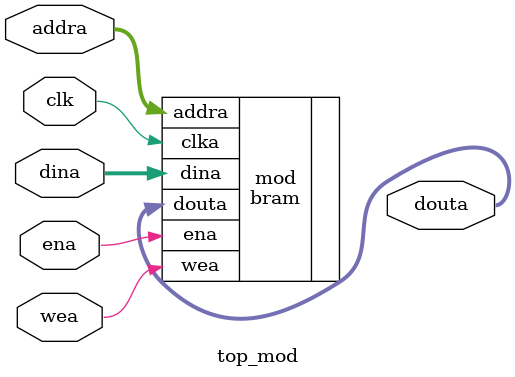
<source format=v>
`timescale 1ns / 1ps
module top_mod(clk,ena,wea,addra,dina,douta);

input clk,ena,wea;
input[3:0] addra;
input[15:0] dina;
output[15:0] douta;

bram mod(
  .clka(clk),
  .ena(ena),
  .wea(wea),
  .addra(addra),
  .dina(dina),
  .douta(douta)
);

endmodule

</source>
